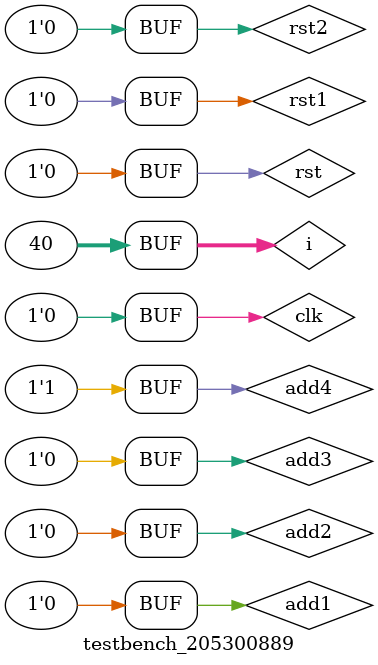
<source format=v>
`timescale 1ns / 1ps


module testbench_205300889;

	// Inputs
	reg add1;
	reg add2;
	reg add3;
	reg add4;
	reg rst1;
	reg rst2;
	reg clk;
	reg rst;

	// Outputs
	wire [6:0] led_seg;
	wire a1;
	wire a2;
	wire a3;
	wire a4;
	wire [3:0] val1;
	wire [3:0] val2;
	wire [3:0] val3;
	wire [3:0] val4;
	
	integer i;

	// Instantiate the Unit Under Test (UUT)
	parking_meter uut (
		.add1(add1), 
		.add2(add2), 
		.add3(add3), 
		.add4(add4), 
		.rst1(rst1), 
		.rst2(rst2), 
		.clk(clk), 
		.rst(rst), 
		.led_seg(led_seg), 
		.a1(a1), 
		.a2(a2), 
		.a3(a3), 
		.a4(a4), 
		.val1(val1), 
		.val2(val2), 
		.val3(val3), 
		.val4(val4)
	);

	initial begin
		// Initialize Inputs
		add1 = 0;
		add2 = 0;
		add3 = 0;
		add4 = 0;
		rst1 = 0;
		rst2 = 0;
		clk = 0;
		rst = 0;

		// clk is 100 Hz, but we'll use a faster clock for simulation purposes
		// Reset
		#10;
      rst = 1;
		#10;
		clk = 1;
		#10;
		clk = 0;
		rst = 0;
		#10;
		#10;
		
		// add1
		add1 = 1;
		#10;
		clk = 1;
		#10;
		clk = 0;
		add1 = 0;
		for (i = 0; i < 6500; i = i + 1) begin
			clk = ~clk;
			#10;
		end
		#10;
		#10;
		
		// add2
		add2 = 1;
		#10;
		clk = 1;
		#10;
		clk = 0;
		add2 = 0;
		for (i = 0; i < 6500; i = i + 1) begin
			clk = ~clk;
			#10;
		end
		#10;
		#10;
		
		// add3
		add3 = 1;
		#10;
		clk = 1;
		#10;
		clk = 0;
		add3 = 0;
		for (i = 0; i < 6500; i = i + 1) begin
			clk = ~clk;
			#10;
		end
		#10;
		#10;
		
		// add4
		add4 = 1;
		#10;
		clk = 1;
		#10;
		clk = 0;
		add4 = 0;
		for (i = 0; i < 6500; i = i + 1) begin
			clk = ~clk;
			#10;
		end
		#10;
		#10;
		
		// rst1
		rst1 = 1;
		#10;
		clk = 1;
		#10;
		clk = 0;
		rst1 = 0;
		for (i = 0; i < 3000; i = i + 1) begin
			clk = ~clk;
			#10;
		end
		#10;
		#10;
		
		// rst2
		rst2 = 1;
		#10;
		clk = 1;
		#10;
		clk = 0;
		rst2 = 0;
		for (i = 0; i < 6500; i = i + 1) begin
			clk = ~clk;
			#10;
		end
		#10;
		#10;
		
		// Have time exceed 9999
		for (i = 0; i < 40; i = i + 1) begin
			add4 = 1;
			#10;
			clk = 1;
			#10;
			clk = 0;
		end
		#10;
		#10;
	end
      
endmodule


</source>
